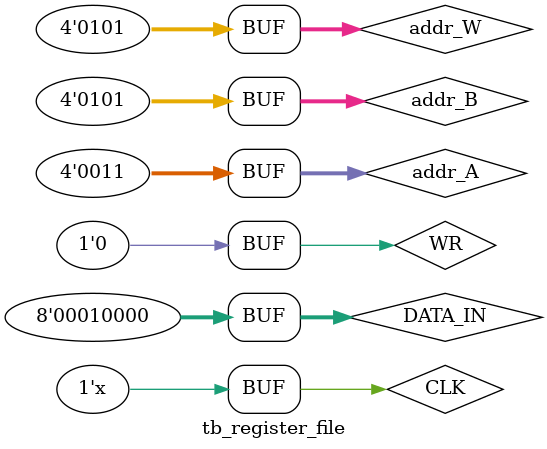
<source format=v>
`timescale 1ns / 1ps


module tb_register_file;
reg[3: 0] addr_A, addr_B, addr_W;
reg[7: 0] DATA_IN;
reg CLK, WR;

wire [7: 0] OUT_A, OUT_B;

register_file Regfile(
    .clk(CLK),
    .rd_addra(addr_A),
    .rd_addrb(addr_B),
    .wr_addr(addr_W),
    .wr_enable(WR),
    .din(DATA_IN),
    .douta(OUT_A),
    .doutb(OUT_B)
);

initial begin
CLK = 0; WR = 0; addr_A = 0; addr_B = 0; addr_W = 0; DATA_IN = 0;

#50 WR=1'b1; addr_W=4'd3; DATA_IN = 8'd32;
#50 WR=1'b1; addr_W=4'd5; DATA_IN = 8'd16;
#50 WR=1'b0; addr_A=4'd3; addr_B=4'd5;
end

always #25 CLK <= ~CLK;
endmodule

</source>
